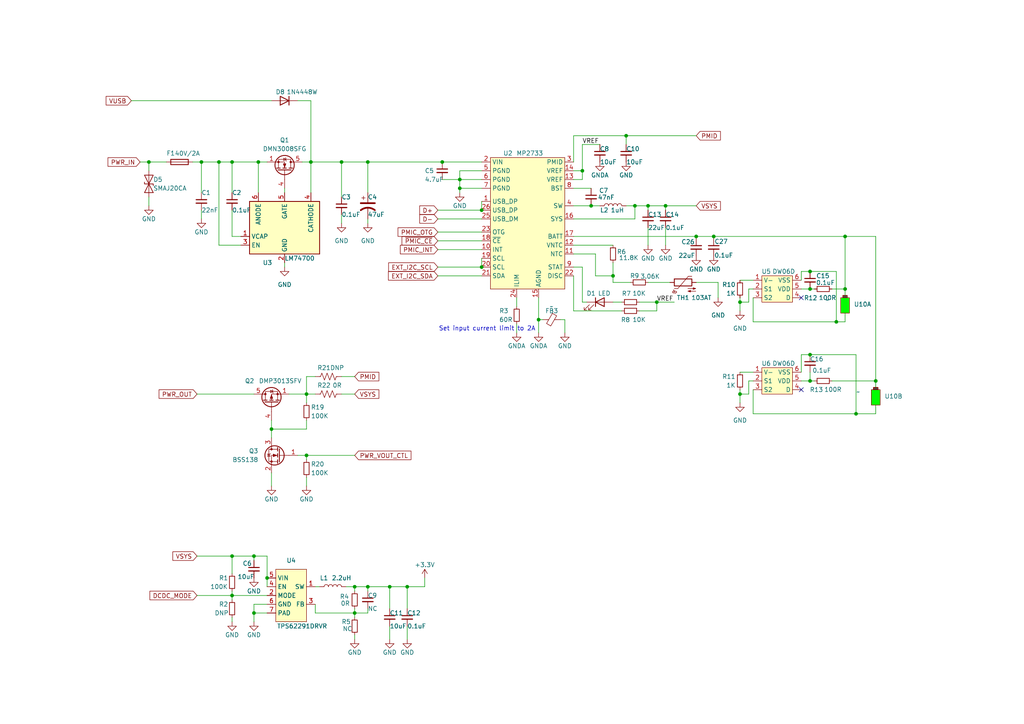
<source format=kicad_sch>
(kicad_sch (version 20230121) (generator eeschema)
  (paper "A4")
  (lib_symbols
    (symbol "Device:C_Polarized_US" (pin_numbers hide) (pin_names (offset 0.254) hide)
      (property "Reference" "C" (at 0.635 2.54 0))
      (property "Value" "C_Polarized_US" (at 0.635 -2.54 0))
      (symbol "C_Polarized_US_0_1"
        (polyline (pts (xy -2.032 0.762) (xy 2.032 0.762)) (stroke (width 0.508)))
        (polyline (pts (xy -1.778 2.286) (xy -0.762 2.286)))
        (polyline (pts (xy -1.27 1.778) (xy -1.27 2.794)))
        (arc (start 2.032 -1.27) (mid 0 -0.5572) (end -2.032 -1.27) (stroke (width 0.508)))
      )
      (symbol "C_Polarized_US_1_1"
        (pin passive line (at 0 3.81 270) (length 2.794) (name "~") (number "1"))
        (pin passive line (at 0 -3.81 90) (length 3.302) (name "~") (number "2"))
      )
    )
    (symbol "Device:C_Small" (pin_numbers hide) (pin_names (offset 0.254) hide)
      (property "Reference" "C" (at 0.254 1.778 0))
      (property "Value" "C_Small" (at 0.254 -2.032 0))
      (symbol "C_Small_0_1"
        (polyline (pts (xy -1.524 -0.508) (xy 1.524 -0.508)) (stroke (width 0.3302)))
        (polyline (pts (xy -1.524 0.508) (xy 1.524 0.508)) (stroke (width 0.3048)))
      )
      (symbol "C_Small_1_1"
        (pin passive line (at 0 2.54 270) (length 2.032) (name "~") (number "1"))
        (pin passive line (at 0 -2.54 90) (length 2.032) (name "~") (number "2"))
      )
    )
    (symbol "Device:FerriteBead_Small" (pin_numbers hide) (pin_names (offset 0))
      (property "Reference" "FB" (at 1.905 1.27 0))
      (property "Value" "FerriteBead_Small" (at 1.905 -1.27 0))
      (symbol "FerriteBead_Small_0_1"
        (polyline (pts (xy 0 -1.27) (xy 0 -0.7874)))
        (polyline (pts (xy 0 0.889) (xy 0 1.2954)))
        (polyline (pts (xy -1.8288 0.2794) (xy -1.1176 1.4986) (xy 1.8288 -0.2032) (xy 1.1176 -1.4224) (xy -1.8288 0.2794)))
      )
      (symbol "FerriteBead_Small_1_1"
        (pin passive line (at 0 2.54 270) (length 1.27) (name "~") (number "1"))
        (pin passive line (at 0 -2.54 90) (length 1.27) (name "~") (number "2"))
      )
    )
    (symbol "Device:Fuse" (pin_numbers hide) (pin_names (offset 0))
      (property "Reference" "F" (at 2.032 0 90))
      (property "Value" "Fuse" (at -1.905 0 90))
      (symbol "Fuse_0_1"
        (rectangle (start -0.762 -2.54) (end 0.762 2.54) (stroke (width 0.254)))
        (polyline (pts (xy 0 2.54) (xy 0 -2.54)))
      )
      (symbol "Fuse_1_1"
        (pin passive line (at 0 3.81 270) (length 1.27) (name "~") (number "1"))
        (pin passive line (at 0 -3.81 90) (length 1.27) (name "~") (number "2"))
      )
    )
    (symbol "Device:L" (pin_numbers hide) (pin_names (offset 1.016) hide)
      (property "Reference" "L" (at -1.27 0 90))
      (property "Value" "L" (at 1.905 0 90))
      (symbol "L_0_1"
        (arc (start 0 -2.54) (mid 0.6323 -1.905) (end 0 -1.27))
        (arc (start 0 -1.27) (mid 0.6323 -0.635) (end 0 0))
        (arc (start 0 0) (mid 0.6323 0.635) (end 0 1.27))
        (arc (start 0 1.27) (mid 0.6323 1.905) (end 0 2.54))
      )
      (symbol "L_1_1"
        (pin passive line (at 0 3.81 270) (length 1.27) (name "1") (number "1"))
        (pin passive line (at 0 -3.81 90) (length 1.27) (name "2") (number "2"))
      )
    )
    (symbol "Device:LED" (pin_numbers hide) (pin_names (offset 1.016) hide)
      (property "Reference" "D" (at 0 2.54 0))
      (property "Value" "LED" (at 0 -2.54 0))
      (symbol "LED_0_1"
        (polyline (pts (xy -1.27 -1.27) (xy -1.27 1.27)) (stroke (width 0.254)))
        (polyline (pts (xy -1.27 0) (xy 1.27 0)))
        (polyline (pts (xy 1.27 -1.27) (xy 1.27 1.27) (xy -1.27 0) (xy 1.27 -1.27)) (stroke (width 0.254)))
        (polyline (pts (xy -3.048 -0.762) (xy -4.572 -2.286) (xy -3.81 -2.286) (xy -4.572 -2.286) (xy -4.572 -1.524)))
        (polyline (pts (xy -1.778 -0.762) (xy -3.302 -2.286) (xy -2.54 -2.286) (xy -3.302 -2.286) (xy -3.302 -1.524)))
      )
      (symbol "LED_1_1"
        (pin passive line (at -3.81 0 0) (length 2.54) (name "K") (number "1"))
        (pin passive line (at 3.81 0 180) (length 2.54) (name "A") (number "2"))
      )
    )
    (symbol "Device:R_Small" (pin_numbers hide) (pin_names (offset 0.254) hide)
      (property "Reference" "R" (at 0.762 0.508 0))
      (property "Value" "R_Small" (at 0.762 -1.016 0))
      (symbol "R_Small_0_1"
        (rectangle (start -0.762 1.778) (end 0.762 -1.778) (stroke (width 0.2032)))
      )
      (symbol "R_Small_1_1"
        (pin passive line (at 0 2.54 270) (length 0.762) (name "~") (number "1"))
        (pin passive line (at 0 -2.54 90) (length 0.762) (name "~") (number "2"))
      )
    )
    (symbol "Device:R_US" (pin_numbers hide) (pin_names (offset 0))
      (property "Reference" "R" (at 2.54 0 90))
      (property "Value" "R_US" (at -2.54 0 90))
      (symbol "R_US_0_1"
        (polyline (pts (xy 0 -2.286) (xy 0 -2.54)))
        (polyline (pts (xy 0 2.286) (xy 0 2.54)))
        (polyline (pts (xy 0 -0.762) (xy 1.016 -1.143) (xy 0 -1.524) (xy -1.016 -1.905) (xy 0 -2.286)))
        (polyline (pts (xy 0 0.762) (xy 1.016 0.381) (xy 0 0) (xy -1.016 -0.381) (xy 0 -0.762)))
        (polyline (pts (xy 0 2.286) (xy 1.016 1.905) (xy 0 1.524) (xy -1.016 1.143) (xy 0 0.762)))
      )
      (symbol "R_US_1_1"
        (pin passive line (at 0 3.81 270) (length 1.27) (name "~") (number "1"))
        (pin passive line (at 0 -3.81 90) (length 1.27) (name "~") (number "2"))
      )
    )
    (symbol "Device:Thermistor_NTC" (pin_numbers hide) (pin_names (offset 0))
      (property "Reference" "TH" (at -4.445 0 90))
      (property "Value" "Thermistor_NTC" (at 3.175 0 90))
      (symbol "Thermistor_NTC_0_1"
        (arc (start -3.048 2.159) (mid -3.0495 2.3143) (end -3.175 2.413))
        (arc (start -3.048 2.159) (mid -2.9736 1.9794) (end -2.794 1.905))
        (arc (start -3.048 2.794) (mid -2.9736 2.6144) (end -2.794 2.54))
        (arc (start -2.794 1.905) (mid -2.6144 1.9794) (end -2.54 2.159))
        (arc (start -2.794 2.54) (mid -2.4393 2.5587) (end -2.159 2.794))
        (arc (start -2.794 3.048) (mid -2.9736 2.9736) (end -3.048 2.794))
        (arc (start -2.54 2.794) (mid -2.6144 2.9736) (end -2.794 3.048))
        (rectangle (start -1.016 2.54) (end 1.016 -2.54) (stroke (width 0.254)))
        (polyline (pts (xy -2.54 2.159) (xy -2.54 2.794)))
        (polyline (pts (xy -1.778 2.54) (xy -1.778 1.524) (xy 1.778 -1.524) (xy 1.778 -2.54)))
        (polyline (pts (xy -2.54 -3.683) (xy -2.54 -1.397) (xy -2.794 -2.159) (xy -2.286 -2.159) (xy -2.54 -1.397) (xy -2.54 -1.651)) (fill (type outline)))
        (polyline (pts (xy -1.778 -1.397) (xy -1.778 -3.683) (xy -2.032 -2.921) (xy -1.524 -2.921) (xy -1.778 -3.683) (xy -1.778 -3.429)) (fill (type outline)))
      )
      (symbol "Thermistor_NTC_1_1"
        (pin passive line (at 0 3.81 270) (length 1.27) (name "~") (number "1"))
        (pin passive line (at 0 -3.81 90) (length 1.27) (name "~") (number "2"))
      )
    )
    (symbol "Diode:1N4448W" (pin_numbers hide) (pin_names hide)
      (property "Reference" "D" (at 0 2.54 0))
      (property "Value" "1N4448W" (at 0 -2.54 0))
      (symbol "1N4448W_0_1"
        (polyline (pts (xy -1.27 1.27) (xy -1.27 -1.27)) (stroke (width 0.254)))
        (polyline (pts (xy 1.27 0) (xy -1.27 0)))
        (polyline (pts (xy 1.27 1.27) (xy 1.27 -1.27) (xy -1.27 0) (xy 1.27 1.27)) (stroke (width 0.254)))
      )
      (symbol "1N4448W_1_1"
        (pin passive line (at -3.81 0 0) (length 2.54) (name "K") (number "1"))
        (pin passive line (at 3.81 0 180) (length 2.54) (name "A") (number "2"))
      )
    )
    (symbol "Diode:SMAJ28CA" (pin_numbers hide) (pin_names (offset 1.016) hide)
      (property "Reference" "D" (at 0 2.54 0))
      (property "Value" "SMAJ28CA" (at 0 -2.54 0))
      (symbol "SMAJ28CA_0_1"
        (polyline (pts (xy 1.27 0) (xy -1.27 0)))
        (polyline (pts (xy -2.54 -1.27) (xy 0 0) (xy -2.54 1.27) (xy -2.54 -1.27)) (stroke (width 0.2032)))
        (polyline (pts (xy 0.508 1.27) (xy 0 1.27) (xy 0 -1.27) (xy -0.508 -1.27)) (stroke (width 0.2032)))
        (polyline (pts (xy 2.54 1.27) (xy 2.54 -1.27) (xy 0 0) (xy 2.54 1.27)) (stroke (width 0.2032)))
      )
      (symbol "SMAJ28CA_1_1"
        (pin passive line (at -3.81 0 0) (length 2.54) (name "A1") (number "1"))
        (pin passive line (at 3.81 0 180) (length 2.54) (name "A2") (number "2"))
      )
    )
    (symbol "Power_Management:LM74700"
      (property "Reference" "U" (at -9.525 -8.89 0))
      (property "Value" "LM74700" (at 7.62 -8.89 0))
      (symbol "LM74700_0_1"
        (rectangle (start -10.16 7.62) (end 10.16 -7.62) (stroke (width 0.254)) (fill (type background)))
      )
      (symbol "LM74700_1_1"
        (pin passive line (at -12.7 -2.54 0) (length 2.54) (name "VCAP") (number "1"))
        (pin power_in line (at 0 -10.16 90) (length 2.54) (name "GND") (number "2"))
        (pin input line (at -12.7 -5.08 0) (length 2.54) (name "EN") (number "3"))
        (pin input line (at 7.62 10.16 270) (length 2.54) (name "CATHODE") (number "4"))
        (pin output line (at 0 10.16 270) (length 2.54) (name "GATE") (number "5"))
        (pin power_in line (at -7.62 10.16 270) (length 2.54) (name "ANODE") (number "6"))
      )
    )
    (symbol "Transistor_FET:BSS138" (pin_names hide)
      (property "Reference" "Q" (at 5.08 1.905 0))
      (property "Value" "BSS138" (at 5.08 0 0))
      (symbol "BSS138_0_1"
        (polyline (pts (xy 0.254 0) (xy -2.54 0)))
        (polyline (pts (xy 0.254 1.905) (xy 0.254 -1.905)) (stroke (width 0.254)))
        (polyline (pts (xy 0.762 -1.27) (xy 0.762 -2.286)) (stroke (width 0.254)))
        (polyline (pts (xy 0.762 0.508) (xy 0.762 -0.508)) (stroke (width 0.254)))
        (polyline (pts (xy 0.762 2.286) (xy 0.762 1.27)) (stroke (width 0.254)))
        (polyline (pts (xy 2.54 2.54) (xy 2.54 1.778)))
        (polyline (pts (xy 2.54 -2.54) (xy 2.54 0) (xy 0.762 0)))
        (polyline (pts (xy 0.762 -1.778) (xy 3.302 -1.778) (xy 3.302 1.778) (xy 0.762 1.778)))
        (polyline (pts (xy 1.016 0) (xy 2.032 0.381) (xy 2.032 -0.381) (xy 1.016 0)) (fill (type outline)))
        (polyline (pts (xy 2.794 0.508) (xy 2.921 0.381) (xy 3.683 0.381) (xy 3.81 0.254)))
        (polyline (pts (xy 3.302 0.381) (xy 2.921 -0.254) (xy 3.683 -0.254) (xy 3.302 0.381)))
        (circle (center 1.651 0) (radius 2.794) (stroke (width 0.254)))
        (circle (center 2.54 -1.778) (radius 0.254) (fill (type outline)))
        (circle (center 2.54 1.778) (radius 0.254) (fill (type outline)))
      )
      (symbol "BSS138_1_1"
        (pin input line (at -5.08 0 0) (length 2.54) (name "G") (number "1"))
        (pin passive line (at 2.54 -5.08 90) (length 2.54) (name "S") (number "2"))
        (pin passive line (at 2.54 5.08 270) (length 2.54) (name "D") (number "3"))
      )
    )
    (symbol "Transistor_FET:DMN3008SFG" (pin_names hide)
      (property "Reference" "Q" (at 5.08 1.905 0))
      (property "Value" "DMN3008SFG" (at 5.08 0 0))
      (symbol "DMN3008SFG_0_1"
        (polyline (pts (xy -2.54 0) (xy 0.254 0)))
        (polyline (pts (xy 0.254 1.905) (xy 0.254 -1.905)) (stroke (width 0.254)))
        (polyline (pts (xy 0.762 -1.27) (xy 0.762 -2.286)) (stroke (width 0.254)))
        (polyline (pts (xy 0.762 0.508) (xy 0.762 -0.508)) (stroke (width 0.254)))
        (polyline (pts (xy 0.762 2.286) (xy 0.762 1.27)) (stroke (width 0.254)))
        (polyline (pts (xy 2.54 2.54) (xy 2.54 1.778)))
        (polyline (pts (xy 2.54 -2.54) (xy 2.54 0) (xy 0.762 0)))
        (polyline (pts (xy 0.762 -1.778) (xy 3.302 -1.778) (xy 3.302 1.778) (xy 0.762 1.778)))
        (polyline (pts (xy 1.016 0) (xy 2.032 0.381) (xy 2.032 -0.381) (xy 1.016 0)) (fill (type outline)))
        (polyline (pts (xy 2.794 0.508) (xy 2.921 0.381) (xy 3.683 0.381) (xy 3.81 0.254)))
        (polyline (pts (xy 3.302 0.381) (xy 2.921 -0.254) (xy 3.683 -0.254) (xy 3.302 0.381)))
        (circle (center 1.651 0) (radius 2.794) (stroke (width 0.254)))
        (circle (center 2.54 -1.778) (radius 0.254) (fill (type outline)))
        (circle (center 2.54 1.778) (radius 0.254) (fill (type outline)))
      )
      (symbol "DMN3008SFG_1_1"
        (pin passive line (at 2.54 -5.08 90) (length 2.54) (name "S") (number "1"))
        (pin passive line (at 2.54 -5.08 90) (length 2.54) hide (name "S") (number "2"))
        (pin passive line (at 2.54 -5.08 90) (length 2.54) hide (name "S") (number "3"))
        (pin passive line (at -5.08 0 0) (length 2.54) (name "G") (number "4"))
        (pin passive line (at 2.54 5.08 270) (length 2.54) (name "D") (number "5"))
      )
    )
    (symbol "Transistor_FET:DMP3013SFV" (pin_names hide)
      (property "Reference" "Q" (at 5.08 1.905 0))
      (property "Value" "DMP3013SFV" (at 5.08 0 0))
      (symbol "DMP3013SFV_0_1"
        (polyline (pts (xy 0.254 0) (xy -2.54 0)))
        (polyline (pts (xy 0.254 1.905) (xy 0.254 -1.905)) (stroke (width 0.254)))
        (polyline (pts (xy 0.762 -1.27) (xy 0.762 -2.286)) (stroke (width 0.254)))
        (polyline (pts (xy 0.762 0.508) (xy 0.762 -0.508)) (stroke (width 0.254)))
        (polyline (pts (xy 0.762 2.286) (xy 0.762 1.27)) (stroke (width 0.254)))
        (polyline (pts (xy 2.54 2.54) (xy 2.54 1.778)))
        (polyline (pts (xy 2.54 -2.54) (xy 2.54 0) (xy 0.762 0)))
        (polyline (pts (xy 0.762 1.778) (xy 3.302 1.778) (xy 3.302 -1.778) (xy 0.762 -1.778)))
        (polyline (pts (xy 2.286 0) (xy 1.27 0.381) (xy 1.27 -0.381) (xy 2.286 0)) (fill (type outline)))
        (polyline (pts (xy 2.794 -0.508) (xy 2.921 -0.381) (xy 3.683 -0.381) (xy 3.81 -0.254)))
        (polyline (pts (xy 3.302 -0.381) (xy 2.921 0.254) (xy 3.683 0.254) (xy 3.302 -0.381)))
        (circle (center 1.651 0) (radius 2.794) (stroke (width 0.254)))
        (circle (center 2.54 -1.778) (radius 0.254) (fill (type outline)))
        (circle (center 2.54 1.778) (radius 0.254) (fill (type outline)))
      )
      (symbol "DMP3013SFV_1_1"
        (pin passive line (at 2.54 -5.08 90) (length 2.54) (name "S") (number "1"))
        (pin passive line (at 2.54 -5.08 90) (length 2.54) hide (name "S") (number "2"))
        (pin passive line (at 2.54 -5.08 90) (length 2.54) hide (name "S") (number "3"))
        (pin passive line (at -5.08 0 0) (length 2.54) (name "G") (number "4"))
        (pin passive line (at 2.54 5.08 270) (length 2.54) (name "D") (number "5"))
      )
    )
    (symbol "kicad_lib_particle:DW06D"
      (property "Reference" "U" (at 0 8.89 0))
      (property "Value" "DW06D" (at 5.08 8.89 0))
      (symbol "DW06D_1_1"
        (rectangle (start 0 7.62) (end 8.89 0) (fill (type background)))
        (pin power_in line (at -2.54 6.35 0) (length 2.54) (name "V-") (number "1"))
        (pin power_in line (at -2.54 3.81 0) (length 2.54) (name "S1") (number "2"))
        (pin power_in line (at -2.54 1.27 0) (length 2.54) (name "S2") (number "3"))
        (pin power_in line (at 11.43 1.27 180) (length 2.54) (name "D") (number "4"))
        (pin power_in line (at 11.43 3.81 180) (length 2.54) (name "VDD") (number "5"))
        (pin power_in line (at 11.43 6.35 180) (length 2.54) (name "VSS") (number "6"))
      )
    )
    (symbol "kicad_lib_particle:LIPO_18650"
      (property "Reference" "U" (at -3.81 3.81 0))
      (symbol "LIPO_18650_1_1"
        (polyline (pts (xy 0.635 4.445) (xy 0.635 5.08) (xy 1.905 5.08) (xy 1.905 4.445)) (fill (type color) (color 72 72 72 1)))
        (rectangle (start 0 4.445) (end 2.54 0) (fill (type color) (color 0 255 0 1)))
        (rectangle (start 0.635 5.08) (end 1.905 4.445))
        (rectangle (start 0.635 5.08) (end 1.905 4.445))
        (pin power_in line (at 1.27 5.08 270) (length 1) hide (name "POSITIVE_2") (number "3"))
        (pin power_in line (at 1.27 0 90) (length 1) hide (name "NEGATIVE_2") (number "4"))
      )
      (symbol "LIPO_18650_2_1"
        (polyline (pts (xy 0.635 4.445) (xy 0.635 5.08) (xy 1.905 5.08) (xy 1.905 4.445)) (fill (type color) (color 72 72 72 1)))
        (rectangle (start 0 4.445) (end 2.54 0) (fill (type color) (color 0 255 0 1)))
        (rectangle (start 0.635 5.08) (end 1.905 4.445))
        (rectangle (start 0.635 5.08) (end 1.905 4.445))
        (pin power_in line (at 1.27 5.08 270) (length 1) hide (name "POSITIVE_1") (number "1"))
        (pin power_in line (at 1.27 0 90) (length 1) hide (name "NEGATIVE_1") (number "2"))
      )
    )
    (symbol "kicad_lib_particle:MP2733"
      (property "Reference" "U" (at 1.27 39.37 0))
      (symbol "MP2733_1_1"
        (rectangle (start 0 38.1) (end 21.59 0) (fill (type background)))
        (pin bidirectional line (at -2.54 25.4 0) (length 2.54) (name "USB_DP") (number "1"))
        (pin input line (at -2.54 11.43 0) (length 2.54) (name "INT") (number "10"))
        (pin input line (at 24.13 10.16 180) (length 2.54) (name "NTC") (number "11"))
        (pin power_out line (at 24.13 12.7 180) (length 2.54) (name "VNTC") (number "12"))
        (pin power_out line (at 24.13 31.75 180) (length 2.54) (name "VREF") (number "13"))
        (pin power_out line (at 24.13 34.29 180) (length 2.54) (name "VREF") (number "14"))
        (pin power_in line (at 13.97 -2.54 90) (length 2.54) (name "AGND") (number "15"))
        (pin power_out line (at 24.13 20.32 180) (length 2.54) (name "SYS") (number "16"))
        (pin power_out line (at 24.13 15.24 180) (length 2.54) (name "BATT") (number "17"))
        (pin input line (at -2.54 13.97 0) (length 2.54) (name "~{CE}") (number "18"))
        (pin input line (at -2.54 8.89 0) (length 2.54) (name "SCL") (number "19"))
        (pin power_in line (at -2.54 36.83 0) (length 2.54) (name "VIN") (number "2"))
        (pin input line (at -2.54 6.35 0) (length 2.54) (name "SCL") (number "20"))
        (pin bidirectional line (at -2.54 3.81 0) (length 2.54) (name "SDA") (number "21"))
        (pin input line (at 24.13 3.81 180) (length 2.54) (name "DISC") (number "22"))
        (pin input line (at -2.54 16.51 0) (length 2.54) (name "OTG") (number "23"))
        (pin input line (at 7.62 -2.54 90) (length 2.54) (name "ILIM") (number "24"))
        (pin bidirectional line (at -2.54 20.32 0) (length 2.54) (name "USB_DM") (number "25"))
        (pin bidirectional line (at -2.54 22.86 0) (length 2.54) (name "USB_DP") (number "26"))
        (pin power_out line (at 24.13 36.83 180) (length 2.54) (name "PMID") (number "3"))
        (pin power_out line (at 24.13 24.13 180) (length 2.54) (name "SW") (number "4"))
        (pin power_in line (at -2.54 34.29 0) (length 2.54) (name "PGND") (number "5"))
        (pin power_in line (at -2.54 31.75 0) (length 2.54) (name "PGND") (number "6"))
        (pin power_in line (at -2.54 29.21 0) (length 2.54) (name "PGND") (number "7"))
        (pin power_out line (at 24.13 29.21 180) (length 2.54) (name "BST") (number "8"))
        (pin open_collector line (at 24.13 6.35 180) (length 2.54) (name "STAT") (number "9"))
      )
    )
    (symbol "kicad_lib_particle:TPS62291DRVR"
      (property "Reference" "U" (at -1.27 16.51 0))
      (property "Value" "TPS62291DRVR" (at 8.89 16.51 0))
      (symbol "TPS62291DRVR_1_1"
        (rectangle (start 0 15.24) (end 8.89 0) (fill (type background)))
        (pin power_in line (at 11.43 10.16 180) (length 2.54) (name "SW") (number "1"))
        (pin input line (at -2.54 7.62 0) (length 2.54) (name "MODE") (number "2"))
        (pin power_in line (at 11.43 5.08 180) (length 2.54) (name "FB") (number "3"))
        (pin input line (at -2.54 10.16 0) (length 2.54) (name "EN") (number "4"))
        (pin power_in line (at -2.54 12.7 0) (length 2.54) (name "VIN") (number "5"))
        (pin power_in line (at -2.54 5.08 0) (length 2.54) (name "GND") (number "6"))
        (pin power_in line (at -2.54 2.54 0) (length 2.54) (name "PAD") (number "7"))
      )
    )
    (symbol "power:+3.3V" (power) (pin_names (offset 0))
      (property "Value" "+3.3V" (at 0 3.556 0))
      (symbol "+3.3V_0_1"
        (polyline (pts (xy -0.762 1.27) (xy 0 2.54)))
        (polyline (pts (xy 0 0) (xy 0 2.54)))
        (polyline (pts (xy 0 2.54) (xy 0.762 1.27)))
      )
      (symbol "+3.3V_1_1"
        (pin power_in line (at 0 0 90) (length 0) hide (name "+3.3V") (number "1"))
      )
    )
    (symbol "power:GND" (power) (pin_names (offset 0))
      (property "Value" "GND" (at 0 -3.81 0))
      (symbol "GND_0_1"
        (polyline (pts (xy 0 0) (xy 0 -1.27) (xy 1.27 -1.27) (xy 0 -2.54) (xy -1.27 -1.27) (xy 0 -1.27)))
      )
      (symbol "GND_1_1"
        (pin power_in line (at 0 0 270) (length 0) hide (name "GND") (number "1"))
      )
    )
    (symbol "power:GNDA" (power) (pin_names (offset 0))
      (property "Value" "GNDA" (at 0 -3.81 0))
      (symbol "GNDA_0_1"
        (polyline (pts (xy 0 0) (xy 0 -1.27) (xy 1.27 -1.27) (xy 0 -2.54) (xy -1.27 -1.27) (xy 0 -1.27)))
      )
      (symbol "GNDA_1_1"
        (pin power_in line (at 0 0 270) (length 0) hide (name "GNDA") (number "1"))
      )
    )
  )
  (junction (at 139.7 60.96))
  (junction (at 248.285 120.015))
  (junction (at 43.18 46.99))
  (junction (at 118.11 170.18))
  (junction (at 133.35 54.61))
  (junction (at 106.68 46.99))
  (junction (at 106.68 170.18))
  (junction (at 63.5 46.99))
  (junction (at 78.74 124.46))
  (junction (at 214.63 114.3))
  (junction (at 73.66 177.8))
  (junction (at 190.5 87.63))
  (junction (at 168.91 49.53))
  (junction (at 128.27 46.99))
  (junction (at 67.31 161.29))
  (junction (at 234.95 83.82))
  (junction (at 102.87 170.18))
  (junction (at 193.04 59.69))
  (junction (at 242.57 93.345))
  (junction (at 234.95 78.74))
  (junction (at 254 110.49))
  (junction (at 156.21 92.71))
  (junction (at 74.93 46.99))
  (junction (at 214.63 87.63))
  (junction (at 67.31 172.72))
  (junction (at 207.01 68.58))
  (junction (at 245.11 68.58))
  (junction (at 181.61 39.37))
  (junction (at 73.66 161.29))
  (junction (at 99.06 46.99))
  (junction (at 201.93 68.58))
  (junction (at 177.8 80.01))
  (junction (at 234.95 110.49))
  (junction (at 133.35 52.07))
  (junction (at 245.11 83.82))
  (junction (at 90.17 46.99))
  (junction (at 187.96 59.69))
  (junction (at 102.87 177.8))
  (junction (at 234.95 102.87))
  (junction (at 77.47 167.64))
  (junction (at 58.42 46.99))
  (junction (at 88.9 114.3))
  (junction (at 67.31 46.99))
  (junction (at 184.15 59.69))
  (junction (at 88.9 132.08))
  (junction (at 113.03 170.18))
  (junction (at 139.7 77.47))
  (junction (at 171.45 59.69))
  (no_connect (at 232.41 113.03))
  (no_connect (at 232.41 86.36))
  (wire (pts (xy 168.91 87.63) (xy 168.91 77.47)))
  (wire (pts (xy 177.8 81.915) (xy 177.8 80.01)))
  (wire (pts (xy 67.31 46.99) (xy 67.31 55.88)))
  (wire (pts (xy 88.9 124.46) (xy 78.74 124.46)))
  (wire (pts (xy 217.17 114.3) (xy 214.63 114.3)))
  (wire (pts (xy 127 72.39) (xy 139.7 72.39)))
  (wire (pts (xy 102.87 109.22) (xy 99.06 109.22)))
  (wire (pts (xy 190.5 90.17) (xy 190.5 87.63)))
  (wire (pts (xy 232.41 78.74) (xy 234.95 78.74)))
  (wire (pts (xy 166.37 90.17) (xy 180.34 90.17)))
  (wire (pts (xy 67.31 172.72) (xy 67.31 173.99)))
  (wire (pts (xy 73.66 175.26) (xy 73.66 177.8)))
  (wire (pts (xy 232.41 83.82) (xy 234.95 83.82)))
  (wire (pts (xy 123.19 167.64) (xy 123.19 170.18)))
  (wire (pts (xy 78.74 29.21) (xy 38.1 29.21)))
  (wire (pts (xy 234.95 102.87) (xy 248.285 102.87)))
  (wire (pts (xy 99.06 46.99) (xy 99.06 57.15)))
  (wire (pts (xy 139.7 49.53) (xy 133.35 49.53)))
  (wire (pts (xy 90.17 46.99) (xy 87.63 46.99)))
  (wire (pts (xy 127 69.85) (xy 139.7 69.85)))
  (wire (pts (xy 166.37 73.66) (xy 172.72 73.66)))
  (wire (pts (xy 166.37 71.12) (xy 177.8 71.12)))
  (wire (pts (xy 67.31 180.34) (xy 67.31 179.07)))
  (wire (pts (xy 128.27 46.99) (xy 139.7 46.99)))
  (wire (pts (xy 43.18 59.69) (xy 43.18 57.15)))
  (wire (pts (xy 90.17 46.99) (xy 99.06 46.99)))
  (wire (pts (xy 254 68.58) (xy 254 110.49)))
  (wire (pts (xy 88.9 121.92) (xy 88.9 124.46)))
  (wire (pts (xy 127 67.31) (xy 139.7 67.31)))
  (wire (pts (xy 193.04 59.69) (xy 201.93 59.69)))
  (wire (pts (xy 88.9 109.22) (xy 88.9 114.3)))
  (wire (pts (xy 43.18 46.99) (xy 43.18 49.53)))
  (wire (pts (xy 166.37 59.69) (xy 171.45 59.69)))
  (wire (pts (xy 133.35 49.53) (xy 133.35 52.07)))
  (wire (pts (xy 86.36 29.21) (xy 90.17 29.21)))
  (wire (pts (xy 234.95 107.95) (xy 234.95 110.49)))
  (wire (pts (xy 113.03 170.18) (xy 113.03 176.53)))
  (wire (pts (xy 245.11 83.82) (xy 245.11 68.58)))
  (wire (pts (xy 78.74 124.46) (xy 78.74 127)))
  (wire (pts (xy 187.96 71.12) (xy 187.96 66.04)))
  (wire (pts (xy 168.91 87.63) (xy 170.18 87.63)))
  (wire (pts (xy 58.42 60.96) (xy 58.42 63.5)))
  (wire (pts (xy 208.28 81.915) (xy 201.93 81.915)))
  (wire (pts (xy 77.47 46.99) (xy 74.93 46.99)))
  (wire (pts (xy 133.35 52.07) (xy 128.27 52.07)))
  (wire (pts (xy 234.95 78.74) (xy 242.57 78.74)))
  (wire (pts (xy 133.35 52.07) (xy 139.7 52.07)))
  (wire (pts (xy 201.93 68.58) (xy 201.93 69.215)))
  (wire (pts (xy 40.64 46.99) (xy 43.18 46.99)))
  (wire (pts (xy 73.66 161.29) (xy 77.47 161.29)))
  (wire (pts (xy 127 63.5) (xy 139.7 63.5)))
  (wire (pts (xy 156.21 92.71) (xy 156.21 86.36)))
  (wire (pts (xy 149.86 86.36) (xy 149.86 88.9)))
  (wire (pts (xy 168.91 41.91) (xy 173.99 41.91)))
  (wire (pts (xy 91.44 109.22) (xy 88.9 109.22)))
  (wire (pts (xy 254 117.475) (xy 254 120.015)))
  (wire (pts (xy 171.45 59.69) (xy 173.99 59.69)))
  (wire (pts (xy 102.87 176.53) (xy 102.87 177.8)))
  (wire (pts (xy 57.15 172.72) (xy 67.31 172.72)))
  (wire (pts (xy 106.68 171.45) (xy 106.68 170.18)))
  (wire (pts (xy 91.44 170.18) (xy 92.71 170.18)))
  (wire (pts (xy 217.17 110.49) (xy 218.44 110.49)))
  (wire (pts (xy 67.31 161.29) (xy 73.66 161.29)))
  (wire (pts (xy 106.68 170.18) (xy 113.03 170.18)))
  (wire (pts (xy 214.63 87.63) (xy 214.63 90.17)))
  (wire (pts (xy 149.86 96.52) (xy 149.86 93.98)))
  (wire (pts (xy 232.41 107.95) (xy 232.41 102.87)))
  (wire (pts (xy 100.33 170.18) (xy 102.87 170.18)))
  (wire (pts (xy 232.41 102.87) (xy 234.95 102.87)))
  (wire (pts (xy 248.285 102.87) (xy 248.285 120.015)))
  (wire (pts (xy 90.17 55.88) (xy 90.17 46.99)))
  (wire (pts (xy 217.17 83.82) (xy 217.17 87.63)))
  (wire (pts (xy 177.8 81.915) (xy 182.88 81.915)))
  (wire (pts (xy 217.17 110.49) (xy 217.17 114.3)))
  (wire (pts (xy 99.06 62.23) (xy 99.06 64.77)))
  (wire (pts (xy 241.3 83.82) (xy 245.11 83.82)))
  (wire (pts (xy 133.35 55.88) (xy 133.35 54.61)))
  (wire (pts (xy 82.55 54.61) (xy 82.55 55.88)))
  (wire (pts (xy 218.44 83.82) (xy 217.17 83.82)))
  (wire (pts (xy 43.18 46.99) (xy 48.26 46.99)))
  (wire (pts (xy 232.41 110.49) (xy 234.95 110.49)))
  (wire (pts (xy 57.15 114.3) (xy 73.66 114.3)))
  (wire (pts (xy 172.72 73.66) (xy 172.72 80.01)))
  (wire (pts (xy 88.9 140.97) (xy 88.9 138.43)))
  (wire (pts (xy 166.37 54.61) (xy 171.45 54.61)))
  (wire (pts (xy 127 77.47) (xy 139.7 77.47)))
  (wire (pts (xy 163.83 96.52) (xy 163.83 92.71)))
  (wire (pts (xy 214.63 81.28) (xy 218.44 81.28)))
  (wire (pts (xy 91.44 175.26) (xy 91.44 177.8)))
  (wire (pts (xy 102.87 171.45) (xy 102.87 170.18)))
  (wire (pts (xy 177.8 87.63) (xy 180.34 87.63)))
  (wire (pts (xy 91.44 177.8) (xy 102.87 177.8)))
  (wire (pts (xy 207.01 68.58) (xy 207.01 69.215)))
  (wire (pts (xy 118.11 185.42) (xy 118.11 181.61)))
  (wire (pts (xy 67.31 161.29) (xy 67.31 166.37)))
  (wire (pts (xy 88.9 132.08) (xy 102.87 132.08)))
  (wire (pts (xy 166.37 63.5) (xy 184.15 63.5)))
  (wire (pts (xy 163.83 92.71) (xy 162.56 92.71)))
  (wire (pts (xy 156.21 96.52) (xy 156.21 92.71)))
  (wire (pts (xy 201.93 68.58) (xy 207.01 68.58)))
  (wire (pts (xy 57.15 161.29) (xy 67.31 161.29)))
  (wire (pts (xy 208.28 86.36) (xy 208.28 81.915)))
  (wire (pts (xy 63.5 46.99) (xy 67.31 46.99)))
  (wire (pts (xy 90.17 29.21) (xy 90.17 46.99)))
  (wire (pts (xy 241.3 110.49) (xy 254 110.49)))
  (wire (pts (xy 181.61 39.37) (xy 181.61 41.91)))
  (wire (pts (xy 242.57 78.74) (xy 242.57 93.345)))
  (wire (pts (xy 193.04 60.96) (xy 193.04 59.69)))
  (wire (pts (xy 83.82 114.3) (xy 88.9 114.3)))
  (wire (pts (xy 234.95 110.49) (xy 236.22 110.49)))
  (wire (pts (xy 248.285 120.015) (xy 218.44 120.015)))
  (wire (pts (xy 106.68 177.8) (xy 102.87 177.8)))
  (wire (pts (xy 106.68 46.99) (xy 106.68 55.88)))
  (wire (pts (xy 118.11 170.18) (xy 118.11 176.53)))
  (wire (pts (xy 177.8 76.2) (xy 177.8 80.01)))
  (wire (pts (xy 214.63 86.36) (xy 214.63 87.63)))
  (wire (pts (xy 77.47 167.64) (xy 77.47 170.18)))
  (wire (pts (xy 73.66 177.8) (xy 73.66 180.34)))
  (wire (pts (xy 67.31 60.96) (xy 67.31 68.58)))
  (wire (pts (xy 156.21 92.71) (xy 157.48 92.71)))
  (wire (pts (xy 88.9 132.08) (xy 86.36 132.08)))
  (wire (pts (xy 187.96 59.69) (xy 193.04 59.69)))
  (wire (pts (xy 168.91 49.53) (xy 168.91 41.91)))
  (wire (pts (xy 63.5 71.12) (xy 63.5 46.99)))
  (wire (pts (xy 207.01 68.58) (xy 245.11 68.58)))
  (wire (pts (xy 181.61 59.69) (xy 184.15 59.69)))
  (wire (pts (xy 74.93 46.99) (xy 74.93 55.88)))
  (wire (pts (xy 82.55 77.47) (xy 82.55 76.2)))
  (wire (pts (xy 166.37 90.17) (xy 166.37 80.01)))
  (wire (pts (xy 245.11 90.805) (xy 245.11 93.345)))
  (wire (pts (xy 218.44 86.36) (xy 218.44 93.345)))
  (wire (pts (xy 190.5 87.63) (xy 195.58 87.63)))
  (wire (pts (xy 232.41 81.28) (xy 232.41 78.74)))
  (wire (pts (xy 113.03 185.42) (xy 113.03 181.61)))
  (wire (pts (xy 185.42 90.17) (xy 190.5 90.17)))
  (wire (pts (xy 67.31 172.72) (xy 77.47 172.72)))
  (wire (pts (xy 166.37 52.07) (xy 168.91 52.07)))
  (wire (pts (xy 78.74 137.16) (xy 78.74 140.97)))
  (wire (pts (xy 73.66 177.8) (xy 77.47 177.8)))
  (wire (pts (xy 254 120.015) (xy 248.285 120.015)))
  (wire (pts (xy 217.17 87.63) (xy 214.63 87.63)))
  (wire (pts (xy 214.63 114.3) (xy 214.63 116.84)))
  (wire (pts (xy 58.42 46.99) (xy 63.5 46.99)))
  (wire (pts (xy 139.7 58.42) (xy 139.7 60.96)))
  (wire (pts (xy 77.47 175.26) (xy 73.66 175.26)))
  (wire (pts (xy 102.87 177.8) (xy 102.87 179.07)))
  (wire (pts (xy 139.7 54.61) (xy 133.35 54.61)))
  (wire (pts (xy 69.85 71.12) (xy 63.5 71.12)))
  (wire (pts (xy 242.57 93.345) (xy 218.44 93.345)))
  (wire (pts (xy 106.68 170.18) (xy 102.87 170.18)))
  (wire (pts (xy 245.11 83.82) (xy 245.11 85.725)))
  (wire (pts (xy 168.91 52.07) (xy 168.91 49.53)))
  (wire (pts (xy 166.37 46.99) (xy 166.37 39.37)))
  (wire (pts (xy 99.06 114.3) (xy 102.87 114.3)))
  (wire (pts (xy 102.87 185.42) (xy 102.87 184.15)))
  (wire (pts (xy 99.06 46.99) (xy 106.68 46.99)))
  (wire (pts (xy 166.37 68.58) (xy 201.93 68.58)))
  (wire (pts (xy 184.15 63.5) (xy 184.15 59.69)))
  (wire (pts (xy 254 110.49) (xy 254 112.395)))
  (wire (pts (xy 214.63 113.03) (xy 214.63 114.3)))
  (wire (pts (xy 88.9 133.35) (xy 88.9 132.08)))
  (wire (pts (xy 187.96 60.96) (xy 187.96 59.69)))
  (wire (pts (xy 184.15 59.69) (xy 187.96 59.69)))
  (wire (pts (xy 245.11 68.58) (xy 254 68.58)))
  (wire (pts (xy 214.63 107.95) (xy 218.44 107.95)))
  (wire (pts (xy 55.88 46.99) (xy 58.42 46.99)))
  (wire (pts (xy 106.68 46.99) (xy 128.27 46.99)))
  (wire (pts (xy 78.74 121.92) (xy 78.74 124.46)))
  (wire (pts (xy 166.37 49.53) (xy 168.91 49.53)))
  (wire (pts (xy 245.11 93.345) (xy 242.57 93.345)))
  (wire (pts (xy 73.66 161.29) (xy 73.66 162.56)))
  (wire (pts (xy 166.37 39.37) (xy 181.61 39.37)))
  (wire (pts (xy 113.03 170.18) (xy 118.11 170.18)))
  (wire (pts (xy 118.11 170.18) (xy 123.19 170.18)))
  (wire (pts (xy 193.04 71.12) (xy 193.04 66.04)))
  (wire (pts (xy 172.72 80.01) (xy 177.8 80.01)))
  (wire (pts (xy 106.68 64.77) (xy 106.68 63.5)))
  (wire (pts (xy 67.31 171.45) (xy 67.31 172.72)))
  (wire (pts (xy 187.96 81.915) (xy 194.31 81.915)))
  (wire (pts (xy 234.95 83.82) (xy 236.22 83.82)))
  (wire (pts (xy 67.31 68.58) (xy 69.85 68.58)))
  (wire (pts (xy 88.9 114.3) (xy 88.9 116.84)))
  (wire (pts (xy 106.68 176.53) (xy 106.68 177.8)))
  (wire (pts (xy 88.9 114.3) (xy 91.44 114.3)))
  (wire (pts (xy 77.47 167.64) (xy 77.47 161.29)))
  (wire (pts (xy 127 80.01) (xy 139.7 80.01)))
  (wire (pts (xy 185.42 87.63) (xy 190.5 87.63)))
  (wire (pts (xy 218.44 120.015) (xy 218.44 113.03)))
  (wire (pts (xy 127 60.96) (xy 139.7 60.96)))
  (wire (pts (xy 168.91 77.47) (xy 166.37 77.47)))
  (wire (pts (xy 133.35 54.61) (xy 133.35 52.07)))
  (wire (pts (xy 181.61 39.37) (xy 201.93 39.37)))
  (wire (pts (xy 67.31 46.99) (xy 74.93 46.99)))
  (wire (pts (xy 139.7 74.93) (xy 139.7 77.47)))
  (wire (pts (xy 58.42 46.99) (xy 58.42 55.88)))
  (text "Set input current limit to 2A\n" (at 127.254 96.1644 0) (effects (font (size 1.27 1.27)) (justify left bottom)))
  (label "VREF" (at 168.91 41.91 0))
  (label "VREF" (at 190.5 87.63 0))
  (global_label "PMID" (shape input) (at 102.87 109.22 0) (property "Intersheetrefs" "${INTERSHEET_REFS}" (effects hide)))
  (global_label "EXT_I2C_SCL" (shape input) (at 127 77.47 180) (property "Intersheetrefs" "${INTERSHEET_REFS}" (effects hide)))
  (global_label "VUSB" (shape input) (at 38.1 29.21 180) (property "Intersheetrefs" "${INTERSHEET_REFS}" (effects hide)))
  (global_label "PMIC_OTG" (shape input) (at 127 67.31 180) (property "Intersheetrefs" "${INTERSHEET_REFS}" (effects hide)))
  (global_label "DCDC_MODE" (shape input) (at 57.15 172.72 180) (property "Intersheetrefs" "${INTERSHEET_REFS}" (effects hide)))
  (global_label "PMID" (shape input) (at 201.93 39.37 0) (property "Intersheetrefs" "${INTERSHEET_REFS}" (effects hide)))
  (global_label "VSYS" (shape input) (at 57.15 161.29 180) (property "Intersheetrefs" "${INTERSHEET_REFS}" (effects hide)))
  (global_label "PWR_IN" (shape input) (at 40.64 46.99 180) (property "Intersheetrefs" "${INTERSHEET_REFS}" (effects hide)))
  (global_label "PMIC_INT" (shape input) (at 127 72.39 180) (property "Intersheetrefs" "${INTERSHEET_REFS}" (effects hide)))
  (global_label "PWR_VOUT_CTL" (shape input) (at 102.87 132.08 0) (property "Intersheetrefs" "${INTERSHEET_REFS}" (effects hide)))
  (global_label "D-" (shape input) (at 127 63.5 180) (property "Intersheetrefs" "${INTERSHEET_REFS}" (effects hide)))
  (global_label "~{PMIC_CE}" (shape input) (at 127 69.85 180) (property "Intersheetrefs" "${INTERSHEET_REFS}" (effects hide)))
  (global_label "EXT_I2C_SDA" (shape input) (at 127 80.01 180) (property "Intersheetrefs" "${INTERSHEET_REFS}" (effects hide)))
  (global_label "PWR_OUT" (shape input) (at 57.15 114.3 180) (property "Intersheetrefs" "${INTERSHEET_REFS}" (effects hide)))
  (global_label "VSYS" (shape input) (at 201.93 59.69 0) (property "Intersheetrefs" "${INTERSHEET_REFS}" (effects hide)))
  (global_label "VSYS" (shape input) (at 102.87 114.3 0) (property "Intersheetrefs" "${INTERSHEET_REFS}" (effects hide)))
  (global_label "D+" (shape input) (at 127 60.96 180) (property "Intersheetrefs" "${INTERSHEET_REFS}" (effects hide)))
  (symbol (lib_id "Device:R_Small") (at 149.86 91.44 0) (unit 1)
    (property "Reference" "R3" (at 144.78 90.17 0) (effects (justify left)))
    (property "Value" "60R" (at 144.78 92.71 0) (effects (justify left)))
    (property "Footprint" "Resistor_SMD:R_0603_1608Metric" (effects hide))
  )
  (symbol (lib_id "Power_Management:LM74700") (at 82.55 66.04 0) (unit 1)
    (property "Reference" "U3" (at 76.2 76.2 0) (effects (justify left)))
    (property "Value" "LM74700" (at 82.55 74.93 0) (effects (justify left)))
    (property "Footprint" "Package_TO_SOT_SMD:SOT-23-6" (effects hide))
    (property "Datasheet" "http://www.ti.com/lit/gpn/LM74700-Q1" (effects hide))
  )
  (symbol (lib_id "Device:C_Small") (at 73.66 165.1 0) (unit 1)
    (property "Reference" "C6" (at 70.358 163.4236 0) (effects (justify left)))
    (property "Value" "10uF" (at 68.8848 167.2844 0) (effects (justify left)))
    (property "Footprint" "Capacitor_SMD:C_0805_2012Metric" (effects hide))
  )
  (symbol (lib_id "kicad_lib_particle:DW06D") (at 220.98 114.3 0) (unit 1)
    (property "Reference" "U6" (at 222.25 105.41 0))
    (property "Value" "DW06D" (at 227.33 105.41 0))
    (property "Footprint" "Package_TO_SOT_SMD:SOT-23-6" (effects hide))
  )
  (symbol (lib_id "Device:L") (at 96.52 170.18 90) (unit 1)
    (property "Reference" "L1" (at 93.98 167.64 90))
    (property "Value" "2.2uH" (at 99.06 167.64 90))
    (property "Footprint" "Inductor_SMD:L_Changjiang_FNR4020S" (effects hide))
  )
  (symbol (lib_id "Device:FerriteBead_Small") (at 160.02 92.71 90) (unit 1)
    (property "Reference" "FB3" (at 160.02 90.17 90))
    (property "Value" "~" (at 159.9819 88.9 90))
    (property "Footprint" "Inductor_SMD:L_0402_1005Metric" (effects hide))
  )
  (symbol (lib_id "power:GND") (at 88.9 140.97 0) (unit 1)
    (property "Reference" "#PWR026" (effects hide))
    (property "Value" "GND" (at 88.9 144.78 0))
  )
  (symbol (lib_id "power:GND") (at 106.68 64.77 0) (unit 1)
    (property "Reference" "#PWR017" (effects hide))
    (property "Value" "GND" (at 106.68 69.85 0))
  )
  (symbol (lib_id "Device:C_Small") (at 171.45 57.15 0) (unit 1)
    (property "Reference" "C7" (at 173.736 55.2704 0) (effects (justify left)))
    (property "Value" "47nF" (at 173.3804 57.2516 0) (effects (justify left)))
    (property "Footprint" "Capacitor_SMD:C_0603_1608Metric" (effects hide))
  )
  (symbol (lib_id "Device:R_Small") (at 88.9 119.38 0) (unit 1)
    (property "Reference" "R19" (at 90.17 118.11 0) (effects (justify left)))
    (property "Value" "100K" (at 90.17 120.65 0) (effects (justify left)))
    (property "Footprint" "Resistor_SMD:R_0603_1608Metric" (effects hide))
  )
  (symbol (lib_id "Device:C_Small") (at 193.04 63.5 0) (unit 1)
    (property "Reference" "C14" (at 193.04 62.23 0) (effects (justify left)))
    (property "Value" "0.1uF" (at 193.04 66.04 0) (effects (justify left)))
    (property "Footprint" "Capacitor_SMD:C_0603_1608Metric" (effects hide))
  )
  (symbol (lib_id "Device:R_Small") (at 214.63 110.49 180) (unit 1)
    (property "Reference" "R11" (at 213.36 109.22 0) (effects (justify left)))
    (property "Value" "1K" (at 213.36 111.76 0) (effects (justify left)))
    (property "Footprint" "Resistor_SMD:R_0603_1608Metric" (effects hide))
  )
  (symbol (lib_id "power:GNDA") (at 156.21 96.52 0) (unit 1)
    (property "Reference" "#PWR06" (effects hide))
    (property "Value" "GNDA" (at 156.21 100.33 0))
  )
  (symbol (lib_id "kicad_lib_particle:TPS62291DRVR") (at 80.01 180.34 0) (unit 1)
    (property "Reference" "U4" (at 84.455 162.56 0))
    (property "Value" "TPS62291DRVR" (at 87.63 181.61 0))
    (property "Footprint" "particle_kicad_lib:WSON-6-EP" (effects hide))
  )
  (symbol (lib_id "Device:C_Small") (at 234.95 81.28 0) (unit 1)
    (property "Reference" "C15" (at 236.728 80.01 0) (effects (justify left)))
    (property "Value" "0.1uF" (at 236.6772 81.9912 0) (effects (justify left)))
    (property "Footprint" "Capacitor_SMD:C_0603_1608Metric" (effects hide))
  )
  (symbol (lib_id "Device:C_Small") (at 187.96 63.5 0) (unit 1)
    (property "Reference" "C13" (at 187.96 62.23 0) (effects (justify left)))
    (property "Value" "22uF" (at 187.96 66.04 0) (effects (justify left)))
    (property "Footprint" "Capacitor_SMD:C_0603_1608Metric" (effects hide))
  )
  (symbol (lib_id "Device:C_Small") (at 128.27 49.53 0) (unit 1)
    (property "Reference" "C5" (at 123.19 49.53 0) (effects (justify left)))
    (property "Value" "4.7uF" (at 123.19 52.07 0) (effects (justify left)))
    (property "Footprint" "Capacitor_SMD:C_0805_2012Metric" (effects hide))
  )
  (symbol (lib_id "Device:C_Small") (at 113.03 179.07 0) (unit 1)
    (property "Reference" "C11" (at 113.03 177.8 0) (effects (justify left)))
    (property "Value" "10uF" (at 113.03 181.61 0) (effects (justify left)))
    (property "Footprint" "Capacitor_SMD:C_0603_1608Metric" (effects hide))
  )
  (symbol (lib_id "Device:R_US") (at 95.25 114.3 90) (unit 1)
    (property "Reference" "R22" (at 93.98 111.76 90))
    (property "Value" "0R" (at 97.79 111.76 90))
    (property "Footprint" "Resistor_SMD:R_0805_2012Metric" (effects hide))
  )
  (symbol (lib_id "power:GND") (at 181.61 46.99 0) (unit 1)
    (property "Reference" "#PWR03" (effects hide))
    (property "Value" "GND" (at 181.61 50.8 0))
  )
  (symbol (lib_id "Device:L") (at 177.8 59.69 90) (unit 1)
    (property "Reference" "L2" (at 175.26 60.96 90))
    (property "Value" "1uH" (at 179.07 60.96 90))
    (property "Footprint" "Inductor_SMD:L_Bourns-SRN4018" (effects hide))
  )
  (symbol (lib_id "power:GND") (at 133.35 55.88 0) (unit 1)
    (property "Reference" "#PWR01" (effects hide))
    (property "Value" "GND" (at 133.35 59.69 0))
  )
  (symbol (lib_id "Device:Fuse") (at 52.07 46.99 90) (unit 1)
    (property "Reference" "F1" (at 49.53 44.45 90))
    (property "Value" "40V/2A" (at 54.356 44.5008 90))
    (property "Footprint" "Fuse:Fuse_1206_3216Metric" (effects hide))
  )
  (symbol (lib_id "power:GND") (at 207.01 74.295 0) (unit 1)
    (property "Reference" "#PWR064" (effects hide))
    (property "Value" "GND" (at 207.01 78.105 0))
  )
  (symbol (lib_id "kicad_lib_particle:LIPO_18650") (at 252.73 117.475 0) (unit 2)
    (property "Reference" "U10" (at 256.54 114.935 0) (effects (justify left)))
    (property "Value" "~" (at 248.92 113.665 0))
    (property "Footprint" "particle_kicad_lib:KEYSTONE_1134" (effects hide))
  )
  (symbol (lib_id "Device:R_Small") (at 182.88 87.63 90) (unit 1)
    (property "Reference" "R7" (at 183.0324 85.1408 90) (effects (justify left)))
    (property "Value" "10K" (at 187.325 85.09 90) (effects (justify left)))
    (property "Footprint" "Resistor_SMD:R_0603_1608Metric" (effects hide))
  )
  (symbol (lib_id "Transistor_FET:BSS138") (at 81.28 132.08 0) (mirror y) (unit 1)
    (property "Reference" "Q3" (at 74.93 130.81 0) (effects (justify left)))
    (property "Value" "BSS138" (at 74.93 133.35 0) (effects (justify left)))
    (property "Footprint" "Package_TO_SOT_SMD:SOT-23" (effects hide))
    (property "Datasheet" "https://www.onsemi.com/pub/Collateral/BSS138-D.PDF" (effects hide))
  )
  (symbol (lib_id "power:GND") (at 163.83 96.52 0) (unit 1)
    (property "Reference" "#PWR061" (effects hide))
    (property "Value" "GND" (at 163.83 100.33 0))
  )
  (symbol (lib_id "Device:R_Small") (at 67.31 168.91 0) (unit 1)
    (property "Reference" "R1" (at 63.5 167.64 0) (effects (justify left)))
    (property "Value" "100K" (at 60.96 170.18 0) (effects (justify left)))
    (property "Footprint" "Resistor_SMD:R_0603_1608Metric" (effects hide))
  )
  (symbol (lib_id "Transistor_FET:DMP3013SFV") (at 78.74 116.84 90) (unit 1)
    (property "Reference" "Q2" (at 72.39 110.49 90))
    (property "Value" "DMP3013SFV" (at 81.28 110.49 90))
    (property "Footprint" "Package_SON:Diodes_PowerDI3333-8" (effects hide))
    (property "Datasheet" "https://www.diodes.com/assets/Datasheets/DMP3013SFV.pdf" (effects hide))
  )
  (symbol (lib_id "Device:R_Small") (at 67.31 176.53 0) (unit 1)
    (property "Reference" "R2" (at 63.5 175.26 0) (effects (justify left)))
    (property "Value" "DNP" (at 62.23 177.8 0) (effects (justify left)))
    (property "Footprint" "Resistor_SMD:R_0603_1608Metric" (effects hide))
  )
  (symbol (lib_id "Device:R_Small") (at 182.88 90.17 90) (unit 1)
    (property "Reference" "R8" (at 182.7784 92.7608 90) (effects (justify left)))
    (property "Value" "10K" (at 187.325 92.71 90) (effects (justify left)))
    (property "Footprint" "Resistor_SMD:R_0603_1608Metric" (effects hide))
  )
  (symbol (lib_id "power:GND") (at 113.03 185.42 0) (unit 1)
    (property "Reference" "#PWR012" (effects hide))
    (property "Value" "GND" (at 113.03 189.23 0))
  )
  (symbol (lib_id "Device:C_Small") (at 181.61 44.45 0) (unit 1)
    (property "Reference" "C10" (at 181.61 43.18 0) (effects (justify left)))
    (property "Value" "10uF" (at 181.61 46.99 0) (effects (justify left)))
    (property "Footprint" "Capacitor_SMD:C_0805_2012Metric" (effects hide))
  )
  (symbol (lib_id "Device:R_US") (at 95.25 109.22 90) (unit 1)
    (property "Reference" "R21" (at 93.98 106.68 90))
    (property "Value" "DNP" (at 97.79 106.68 90))
    (property "Footprint" "Resistor_SMD:R_0805_2012Metric" (effects hide))
  )
  (symbol (lib_id "Device:R_Small") (at 88.9 135.89 0) (unit 1)
    (property "Reference" "R20" (at 90.17 134.62 0) (effects (justify left)))
    (property "Value" "100K" (at 90.17 137.16 0) (effects (justify left)))
    (property "Footprint" "Resistor_SMD:R_0603_1608Metric" (effects hide))
  )
  (symbol (lib_id "Device:R_Small") (at 102.87 173.99 0) (unit 1)
    (property "Reference" "R4" (at 98.552 173.0248 0) (effects (justify left)))
    (property "Value" "0R" (at 98.806 175.006 0) (effects (justify left)))
    (property "Footprint" "Resistor_SMD:R_0603_1608Metric" (effects hide))
  )
  (symbol (lib_id "Device:C_Small") (at 118.11 179.07 0) (unit 1)
    (property "Reference" "C12" (at 118.11 177.8 0) (effects (justify left)))
    (property "Value" "0.1uF" (at 118.11 181.61 0) (effects (justify left)))
    (property "Footprint" "Capacitor_SMD:C_0603_1608Metric" (effects hide))
  )
  (symbol (lib_id "power:GND") (at 78.74 140.97 0) (unit 1)
    (property "Reference" "#PWR025" (effects hide))
    (property "Value" "GND" (at 78.74 144.78 0))
  )
  (symbol (lib_id "Device:C_Small") (at 173.99 44.45 0) (unit 1)
    (property "Reference" "C8" (at 173.99 43.18 0) (effects (justify left)))
    (property "Value" "10uF" (at 173.99 46.99 0) (effects (justify left)))
    (property "Footprint" "Capacitor_SMD:C_0603_1608Metric" (effects hide))
  )
  (symbol (lib_id "Device:R_Small") (at 102.87 181.61 0) (unit 1)
    (property "Reference" "R5" (at 99.06 180.34 0) (effects (justify left)))
    (property "Value" "NC" (at 99.3648 182.372 0) (effects (justify left)))
    (property "Footprint" "Resistor_SMD:R_0603_1608Metric" (effects hide))
  )
  (symbol (lib_id "Device:R_Small") (at 238.76 83.82 90) (unit 1)
    (property "Reference" "R12" (at 237.0836 86.4108 90) (effects (justify left)))
    (property "Value" "100R" (at 242.57 86.36 90) (effects (justify left)))
    (property "Footprint" "Resistor_SMD:R_0603_1608Metric" (effects hide))
  )
  (symbol (lib_id "power:GNDA") (at 173.99 46.99 0) (unit 1)
    (property "Reference" "#PWR02" (effects hide))
    (property "Value" "GNDA" (at 173.99 50.8 0))
  )
  (symbol (lib_id "Device:C_Small") (at 207.01 71.755 0) (unit 1)
    (property "Reference" "C27" (at 207.2132 70.0532 0) (effects (justify left)))
    (property "Value" "0.1uF" (at 207.1624 74.0664 0) (effects (justify left)))
    (property "Footprint" "Capacitor_SMD:C_0603_1608Metric" (effects hide))
  )
  (symbol (lib_id "power:GND") (at 58.42 63.5 0) (unit 1)
    (property "Reference" "#PWR018" (effects hide))
    (property "Value" "GND" (at 58.42 67.31 0))
  )
  (symbol (lib_id "Device:Thermistor_NTC") (at 198.12 81.915 90) (unit 1)
    (property "Reference" "TH1" (at 198.12 86.36 90))
    (property "Value" "103AT" (at 203.454 86.36 90))
    (property "Footprint" "Resistor_SMD:R_0603_1608Metric" (effects hide))
  )
  (symbol (lib_id "power:GND") (at 201.93 74.295 0) (unit 1)
    (property "Reference" "#PWR063" (effects hide))
    (property "Value" "GND" (at 201.93 78.105 0))
  )
  (symbol (lib_id "power:GND") (at 208.28 86.36 0) (unit 1)
    (property "Reference" "#PWR021" (effects hide))
    (property "Value" "GND" (at 208.28 91.44 0))
  )
  (symbol (lib_id "power:GND") (at 214.63 90.17 0) (unit 1)
    (property "Reference" "#PWR019" (effects hide))
    (property "Value" "GND" (at 214.63 95.25 0))
  )
  (symbol (lib_id "power:GND") (at 82.55 77.47 0) (unit 1)
    (property "Reference" "#PWR016" (effects hide))
    (property "Value" "GND" (at 82.55 82.55 0))
  )
  (symbol (lib_id "kicad_lib_particle:LIPO_18650") (at 243.84 90.805 0) (unit 1)
    (property "Reference" "U10" (at 247.65 88.265 0) (effects (justify left)))
    (property "Value" "~" (at 240.03 86.995 0))
    (property "Footprint" "particle_kicad_lib:KEYSTONE_1134" (effects hide))
  )
  (symbol (lib_id "Diode:SMAJ28CA") (at 43.18 53.34 90) (unit 1)
    (property "Reference" "D5" (at 44.45 52.07 90) (effects (justify right)))
    (property "Value" "SMAJ20CA" (at 44.45 54.61 90) (effects (justify right)))
    (property "Footprint" "Diode_SMD:D_SMA" (effects hide))
    (property "Datasheet" "https://www.littelfuse.com/media?resourcetype=datasheets&itemid=75e32973-b177-4ee3-a0ff-cedaf1abdb93&filename=smaj-datasheet" (effects hide))
  )
  (symbol (lib_id "Device:R_Small") (at 214.63 83.82 180) (unit 1)
    (property "Reference" "R10" (at 213.36 82.55 0) (effects (justify left)))
    (property "Value" "1K" (at 213.36 85.09 0) (effects (justify left)))
    (property "Footprint" "Resistor_SMD:R_0603_1608Metric" (effects hide))
  )
  (symbol (lib_id "Device:LED") (at 173.99 87.63 0) (unit 1)
    (property "Reference" "D1" (at 171.45 85.09 0))
    (property "Value" "LED" (at 175.26 85.09 0))
    (property "Footprint" "LED_SMD:LED_0603_1608Metric" (effects hide))
  )
  (symbol (lib_id "power:GND") (at 102.87 185.42 0) (unit 1)
    (property "Reference" "#PWR011" (effects hide))
    (property "Value" "GND" (at 102.87 189.23 0))
  )
  (symbol (lib_id "Device:C_Small") (at 201.93 71.755 0) (unit 1)
    (property "Reference" "C26" (at 197.612 70.1548 0) (effects (justify left)))
    (property "Value" "22uF" (at 196.7484 74.1172 0) (effects (justify left)))
    (property "Footprint" "Capacitor_SMD:C_0603_1608Metric" (effects hide))
  )
  (symbol (lib_id "kicad_lib_particle:MP2733") (at 142.24 83.82 0) (unit 1)
    (property "Reference" "U2" (at 147.32 44.45 0))
    (property "Value" "MP2733" (at 153.67 44.45 0))
    (property "Footprint" "particle_kicad_lib:QFN-26" (effects hide))
  )
  (symbol (lib_id "power:GND") (at 214.63 116.84 0) (unit 1)
    (property "Reference" "#PWR020" (effects hide))
    (property "Value" "GND" (at 214.63 121.92 0))
  )
  (symbol (lib_id "power:GND") (at 67.31 180.34 0) (unit 1)
    (property "Reference" "#PWR09" (effects hide))
    (property "Value" "GND" (at 67.31 184.15 0))
  )
  (symbol (lib_id "power:GND") (at 99.06 64.77 0) (unit 1)
    (property "Reference" "#PWR015" (effects hide))
    (property "Value" "GND" (at 99.06 69.85 0))
  )
  (symbol (lib_id "power:GND") (at 193.04 71.12 0) (unit 1)
    (property "Reference" "#PWR05" (effects hide))
    (property "Value" "GND" (at 193.04 74.93 0))
  )
  (symbol (lib_id "Device:C_Small") (at 58.42 58.42 0) (unit 1)
    (property "Reference" "C1" (at 58.42 55.88 0) (effects (justify left)))
    (property "Value" "22nF" (at 58.42 60.96 0) (effects (justify left)))
    (property "Footprint" "Capacitor_SMD:C_1206_3216Metric" (effects hide))
  )
  (symbol (lib_id "Device:C_Small") (at 99.06 59.69 0) (unit 1)
    (property "Reference" "C3" (at 99.06 57.15 0) (effects (justify left)))
    (property "Value" "0.1uF" (at 99.06 62.23 0) (effects (justify left)))
    (property "Footprint" "Capacitor_SMD:C_0805_2012Metric" (effects hide))
  )
  (symbol (lib_id "Device:C_Small") (at 106.68 173.99 0) (unit 1)
    (property "Reference" "C9" (at 106.68 172.72 0) (effects (justify left)))
    (property "Value" "NC" (at 106.68 176.53 0) (effects (justify left)))
    (property "Footprint" "Capacitor_SMD:C_0603_1608Metric" (effects hide))
  )
  (symbol (lib_id "kicad_lib_particle:DW06D") (at 220.98 87.63 0) (unit 1)
    (property "Reference" "U5" (at 222.25 78.74 0))
    (property "Value" "DW06D" (at 227.33 78.74 0))
    (property "Footprint" "Package_TO_SOT_SMD:SOT-23-6" (effects hide))
  )
  (symbol (lib_id "power:GND") (at 73.66 167.64 0) (unit 1)
    (property "Reference" "#PWR010" (effects hide))
    (property "Value" "GND" (at 73.66 171.45 0))
  )
  (symbol (lib_id "power:GND") (at 43.18 59.69 0) (unit 1)
    (property "Reference" "#PWR023" (effects hide))
    (property "Value" "GND" (at 43.18 63.5 0))
  )
  (symbol (lib_id "Device:C_Small") (at 67.31 58.42 0) (unit 1)
    (property "Reference" "C2" (at 67.31 55.88 0) (effects (justify left)))
    (property "Value" "0.1uF" (at 67.31 60.96 0) (effects (justify left)))
    (property "Footprint" "Capacitor_SMD:C_0805_2012Metric" (effects hide))
  )
  (symbol (lib_id "power:+3.3V") (at 123.19 167.64 0) (unit 1)
    (property "Reference" "#PWR014" (effects hide))
    (property "Value" "+3.3V" (at 123.19 163.83 0))
  )
  (symbol (lib_id "power:GNDA") (at 149.86 96.52 0) (unit 1)
    (property "Reference" "#PWR07" (effects hide))
    (property "Value" "GNDA" (at 149.86 100.33 0))
  )
  (symbol (lib_id "Device:R_Small") (at 177.8 73.66 180) (unit 1)
    (property "Reference" "R6" (at 181.61 73.025 0) (effects (justify left)))
    (property "Value" "11.8K" (at 185.2168 74.7776 0) (effects (justify left)))
    (property "Footprint" "Resistor_SMD:R_0603_1608Metric" (effects hide))
  )
  (symbol (lib_id "Device:C_Small") (at 234.95 105.41 0) (unit 1)
    (property "Reference" "C16" (at 234.95 104.14 0) (effects (justify left)))
    (property "Value" "0.1uF" (at 235.6104 107.442 0) (effects (justify left)))
    (property "Footprint" "Capacitor_SMD:C_0603_1608Metric" (effects hide))
  )
  (symbol (lib_id "Transistor_FET:DMN3008SFG") (at 82.55 49.53 270) (mirror x) (unit 1)
    (property "Reference" "Q1" (at 82.55 40.64 90))
    (property "Value" "DMN3008SFG" (at 82.55 43.18 90))
    (property "Footprint" "Package_SON:Diodes_PowerDI3333-8" (effects hide))
    (property "Datasheet" "https://www.diodes.com/assets/Datasheets/DMN3008SFG.pdf" (effects hide))
  )
  (symbol (lib_id "Device:R_Small") (at 185.42 81.915 90) (unit 1)
    (property "Reference" "R9" (at 185.42 80.01 90) (effects (justify left)))
    (property "Value" "3.06K" (at 191.4144 80.1624 90) (effects (justify left)))
    (property "Footprint" "Resistor_SMD:R_0603_1608Metric" (effects hide))
  )
  (symbol (lib_id "Diode:1N4448W") (at 82.55 29.21 180) (unit 1)
    (property "Reference" "D8" (at 81.28 26.67 0))
    (property "Value" "1N4448W" (at 87.63 26.67 0))
    (property "Footprint" "Diode_SMD:D_SOD-123" (effects hide))
    (property "Datasheet" "https://www.vishay.com/docs/85722/1n4448w.pdf" (effects hide))
    (property "Sim.Device" "D" (effects hide))
    (property "Sim.Pins" "1=K 2=A" (effects hide))
  )
  (symbol (lib_id "power:GND") (at 73.66 180.34 0) (unit 1)
    (property "Reference" "#PWR08" (effects hide))
    (property "Value" "GND" (at 73.66 184.15 0))
  )
  (symbol (lib_id "Device:R_Small") (at 238.76 110.49 90) (unit 1)
    (property "Reference" "R13" (at 238.76 113.03 90) (effects (justify left)))
    (property "Value" "100R" (at 244.1448 112.9792 90) (effects (justify left)))
    (property "Footprint" "Resistor_SMD:R_0603_1608Metric" (effects hide))
  )
  (symbol (lib_id "power:GND") (at 118.11 185.42 0) (unit 1)
    (property "Reference" "#PWR013" (effects hide))
    (property "Value" "GND" (at 118.11 189.23 0))
  )
  (symbol (lib_id "Device:C_Polarized_US") (at 106.68 59.69 0) (unit 1)
    (property "Reference" "C4" (at 106.68 57.15 0) (effects (justify left)))
    (property "Value" "47uF" (at 106.68 62.23 0) (effects (justify left)))
    (property "Footprint" "Capacitor_SMD:CP_Elec_5x5.8" (effects hide))
  )
  (symbol (lib_id "power:GND") (at 187.96 71.12 0) (unit 1)
    (property "Reference" "#PWR04" (effects hide))
    (property "Value" "GND" (at 187.96 74.93 0))
  )
)
</source>
